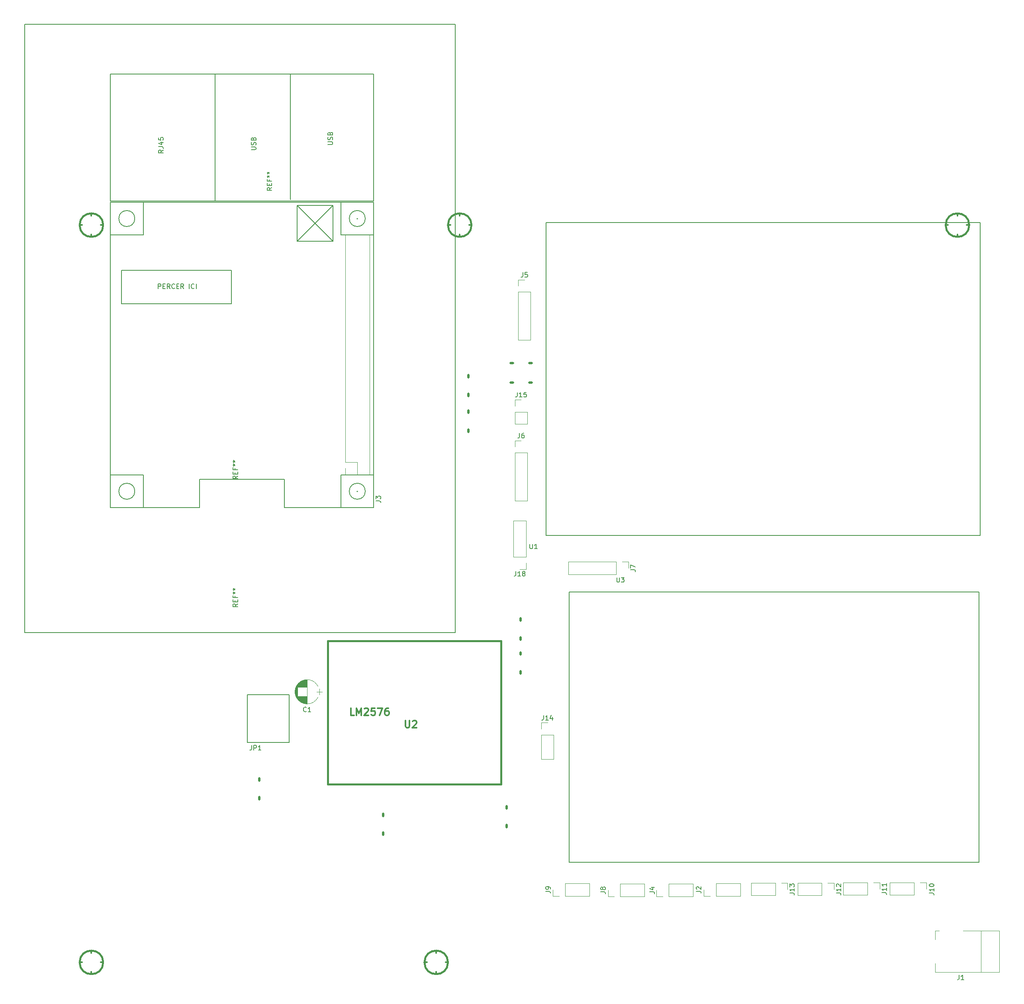
<source format=gbr>
G04 #@! TF.FileFunction,Legend,Top*
%FSLAX46Y46*%
G04 Gerber Fmt 4.6, Leading zero omitted, Abs format (unit mm)*
G04 Created by KiCad (PCBNEW 4.0.7) date Thursday, 23 May 2019 'à' 18:13:34*
%MOMM*%
%LPD*%
G01*
G04 APERTURE LIST*
%ADD10C,0.100000*%
%ADD11C,0.120000*%
%ADD12C,0.150000*%
%ADD13C,0.381000*%
%ADD14C,0.500000*%
%ADD15C,0.300000*%
%ADD16C,0.304800*%
G04 APERTURE END LIST*
D10*
D11*
X173710000Y-171830000D02*
X173710000Y-169170000D01*
X168570000Y-171830000D02*
X173710000Y-171830000D01*
X168570000Y-169170000D02*
X173710000Y-169170000D01*
X168570000Y-171830000D02*
X168570000Y-169170000D01*
X167300000Y-171830000D02*
X165970000Y-171830000D01*
X165970000Y-171830000D02*
X165970000Y-170500000D01*
X163610000Y-171930000D02*
X163610000Y-169270000D01*
X158470000Y-171930000D02*
X163610000Y-171930000D01*
X158470000Y-169270000D02*
X163610000Y-169270000D01*
X158470000Y-171930000D02*
X158470000Y-169270000D01*
X157200000Y-171930000D02*
X155870000Y-171930000D01*
X155870000Y-171930000D02*
X155870000Y-170600000D01*
X126470000Y-53590000D02*
X129130000Y-53590000D01*
X126470000Y-43370000D02*
X126470000Y-53590000D01*
X129130000Y-43370000D02*
X129130000Y-53590000D01*
X126470000Y-43370000D02*
X129130000Y-43370000D01*
X126470000Y-42100000D02*
X126470000Y-40770000D01*
X126470000Y-40770000D02*
X127800000Y-40770000D01*
X125770000Y-87790000D02*
X128430000Y-87790000D01*
X125770000Y-77570000D02*
X125770000Y-87790000D01*
X128430000Y-77570000D02*
X128430000Y-87790000D01*
X125770000Y-77570000D02*
X128430000Y-77570000D01*
X125770000Y-76300000D02*
X125770000Y-74970000D01*
X125770000Y-74970000D02*
X127100000Y-74970000D01*
X137110000Y-100770000D02*
X137110000Y-103430000D01*
X147330000Y-100770000D02*
X137110000Y-100770000D01*
X147330000Y-103430000D02*
X137110000Y-103430000D01*
X147330000Y-100770000D02*
X147330000Y-103430000D01*
X148600000Y-100770000D02*
X149930000Y-100770000D01*
X149930000Y-100770000D02*
X149930000Y-102100000D01*
X153310000Y-171930000D02*
X153310000Y-169270000D01*
X148170000Y-171930000D02*
X153310000Y-171930000D01*
X148170000Y-169270000D02*
X153310000Y-169270000D01*
X148170000Y-171930000D02*
X148170000Y-169270000D01*
X146900000Y-171930000D02*
X145570000Y-171930000D01*
X145570000Y-171930000D02*
X145570000Y-170600000D01*
X141610000Y-171830000D02*
X141610000Y-169170000D01*
X136470000Y-171830000D02*
X141610000Y-171830000D01*
X136470000Y-169170000D02*
X141610000Y-169170000D01*
X136470000Y-171830000D02*
X136470000Y-169170000D01*
X135200000Y-171830000D02*
X133870000Y-171830000D01*
X133870000Y-171830000D02*
X133870000Y-170500000D01*
X205490000Y-168970000D02*
X205490000Y-171630000D01*
X210630000Y-168970000D02*
X205490000Y-168970000D01*
X210630000Y-171630000D02*
X205490000Y-171630000D01*
X210630000Y-168970000D02*
X210630000Y-171630000D01*
X211900000Y-168970000D02*
X213230000Y-168970000D01*
X213230000Y-168970000D02*
X213230000Y-170300000D01*
X195590000Y-168970000D02*
X195590000Y-171630000D01*
X200730000Y-168970000D02*
X195590000Y-168970000D01*
X200730000Y-171630000D02*
X195590000Y-171630000D01*
X200730000Y-168970000D02*
X200730000Y-171630000D01*
X202000000Y-168970000D02*
X203330000Y-168970000D01*
X203330000Y-168970000D02*
X203330000Y-170300000D01*
X185890000Y-169070000D02*
X185890000Y-171730000D01*
X191030000Y-169070000D02*
X185890000Y-169070000D01*
X191030000Y-171730000D02*
X185890000Y-171730000D01*
X191030000Y-169070000D02*
X191030000Y-171730000D01*
X192300000Y-169070000D02*
X193630000Y-169070000D01*
X193630000Y-169070000D02*
X193630000Y-170400000D01*
X175990000Y-169070000D02*
X175990000Y-171730000D01*
X181130000Y-169070000D02*
X175990000Y-169070000D01*
X181130000Y-171730000D02*
X175990000Y-171730000D01*
X181130000Y-169070000D02*
X181130000Y-171730000D01*
X182400000Y-169070000D02*
X183730000Y-169070000D01*
X183730000Y-169070000D02*
X183730000Y-170400000D01*
X131370000Y-142710000D02*
X134030000Y-142710000D01*
X131370000Y-137570000D02*
X131370000Y-142710000D01*
X134030000Y-137570000D02*
X134030000Y-142710000D01*
X131370000Y-137570000D02*
X134030000Y-137570000D01*
X131370000Y-136300000D02*
X131370000Y-134970000D01*
X131370000Y-134970000D02*
X132700000Y-134970000D01*
X125770000Y-71470000D02*
X128430000Y-71470000D01*
X125770000Y-68870000D02*
X125770000Y-71470000D01*
X128430000Y-68870000D02*
X128430000Y-71470000D01*
X125770000Y-68870000D02*
X128430000Y-68870000D01*
X125770000Y-67600000D02*
X125770000Y-66270000D01*
X125770000Y-66270000D02*
X127100000Y-66270000D01*
D12*
X137300000Y-107200000D02*
X224400000Y-107200000D01*
X224400000Y-107200000D02*
X224400000Y-164700000D01*
X224400000Y-164700000D02*
X137300000Y-164700000D01*
X137300000Y-164700000D02*
X137300000Y-107200000D01*
D13*
X122850000Y-148040000D02*
X122850000Y-117560000D01*
X122850000Y-117560000D02*
X86020000Y-117560000D01*
X86020000Y-117560000D02*
X86020000Y-148040000D01*
X86020000Y-148040000D02*
X122850000Y-148040000D01*
D11*
X128130000Y-92050000D02*
X125470000Y-92050000D01*
X128130000Y-99730000D02*
X128130000Y-92050000D01*
X125470000Y-99730000D02*
X125470000Y-92050000D01*
X128130000Y-99730000D02*
X125470000Y-99730000D01*
X128130000Y-101000000D02*
X128130000Y-102330000D01*
X128130000Y-102330000D02*
X126800000Y-102330000D01*
D14*
X128850000Y-62600000D02*
X129350000Y-62600000D01*
X125350000Y-62600000D02*
X124850000Y-62600000D01*
X124850000Y-62600000D02*
X125100000Y-62600000D01*
X128850000Y-58500000D02*
X129350000Y-58500000D01*
X125350000Y-58500000D02*
X124850000Y-58500000D01*
X124850000Y-58500000D02*
X125100000Y-58500000D01*
D11*
X79294278Y-129579723D02*
G75*
G03X83905580Y-129580000I2305722J1179723D01*
G01*
X79294278Y-127220277D02*
G75*
G02X83905580Y-127220000I2305722J-1179723D01*
G01*
X79294278Y-127220277D02*
G75*
G03X79294420Y-129580000I2305722J-1179723D01*
G01*
X81600000Y-130950000D02*
X81600000Y-125850000D01*
X81560000Y-130950000D02*
X81560000Y-129380000D01*
X81560000Y-127420000D02*
X81560000Y-125850000D01*
X81520000Y-130949000D02*
X81520000Y-129380000D01*
X81520000Y-127420000D02*
X81520000Y-125851000D01*
X81480000Y-130948000D02*
X81480000Y-129380000D01*
X81480000Y-127420000D02*
X81480000Y-125852000D01*
X81440000Y-130946000D02*
X81440000Y-129380000D01*
X81440000Y-127420000D02*
X81440000Y-125854000D01*
X81400000Y-130943000D02*
X81400000Y-129380000D01*
X81400000Y-127420000D02*
X81400000Y-125857000D01*
X81360000Y-130939000D02*
X81360000Y-129380000D01*
X81360000Y-127420000D02*
X81360000Y-125861000D01*
X81320000Y-130935000D02*
X81320000Y-129380000D01*
X81320000Y-127420000D02*
X81320000Y-125865000D01*
X81280000Y-130931000D02*
X81280000Y-129380000D01*
X81280000Y-127420000D02*
X81280000Y-125869000D01*
X81240000Y-130925000D02*
X81240000Y-129380000D01*
X81240000Y-127420000D02*
X81240000Y-125875000D01*
X81200000Y-130919000D02*
X81200000Y-129380000D01*
X81200000Y-127420000D02*
X81200000Y-125881000D01*
X81160000Y-130913000D02*
X81160000Y-129380000D01*
X81160000Y-127420000D02*
X81160000Y-125887000D01*
X81120000Y-130906000D02*
X81120000Y-129380000D01*
X81120000Y-127420000D02*
X81120000Y-125894000D01*
X81080000Y-130898000D02*
X81080000Y-129380000D01*
X81080000Y-127420000D02*
X81080000Y-125902000D01*
X81040000Y-130889000D02*
X81040000Y-129380000D01*
X81040000Y-127420000D02*
X81040000Y-125911000D01*
X81000000Y-130880000D02*
X81000000Y-129380000D01*
X81000000Y-127420000D02*
X81000000Y-125920000D01*
X80960000Y-130870000D02*
X80960000Y-129380000D01*
X80960000Y-127420000D02*
X80960000Y-125930000D01*
X80920000Y-130860000D02*
X80920000Y-129380000D01*
X80920000Y-127420000D02*
X80920000Y-125940000D01*
X80879000Y-130848000D02*
X80879000Y-129380000D01*
X80879000Y-127420000D02*
X80879000Y-125952000D01*
X80839000Y-130836000D02*
X80839000Y-129380000D01*
X80839000Y-127420000D02*
X80839000Y-125964000D01*
X80799000Y-130824000D02*
X80799000Y-129380000D01*
X80799000Y-127420000D02*
X80799000Y-125976000D01*
X80759000Y-130810000D02*
X80759000Y-129380000D01*
X80759000Y-127420000D02*
X80759000Y-125990000D01*
X80719000Y-130796000D02*
X80719000Y-129380000D01*
X80719000Y-127420000D02*
X80719000Y-126004000D01*
X80679000Y-130782000D02*
X80679000Y-129380000D01*
X80679000Y-127420000D02*
X80679000Y-126018000D01*
X80639000Y-130766000D02*
X80639000Y-129380000D01*
X80639000Y-127420000D02*
X80639000Y-126034000D01*
X80599000Y-130750000D02*
X80599000Y-129380000D01*
X80599000Y-127420000D02*
X80599000Y-126050000D01*
X80559000Y-130733000D02*
X80559000Y-129380000D01*
X80559000Y-127420000D02*
X80559000Y-126067000D01*
X80519000Y-130715000D02*
X80519000Y-129380000D01*
X80519000Y-127420000D02*
X80519000Y-126085000D01*
X80479000Y-130696000D02*
X80479000Y-129380000D01*
X80479000Y-127420000D02*
X80479000Y-126104000D01*
X80439000Y-130676000D02*
X80439000Y-129380000D01*
X80439000Y-127420000D02*
X80439000Y-126124000D01*
X80399000Y-130656000D02*
X80399000Y-129380000D01*
X80399000Y-127420000D02*
X80399000Y-126144000D01*
X80359000Y-130634000D02*
X80359000Y-129380000D01*
X80359000Y-127420000D02*
X80359000Y-126166000D01*
X80319000Y-130612000D02*
X80319000Y-129380000D01*
X80319000Y-127420000D02*
X80319000Y-126188000D01*
X80279000Y-130589000D02*
X80279000Y-129380000D01*
X80279000Y-127420000D02*
X80279000Y-126211000D01*
X80239000Y-130565000D02*
X80239000Y-129380000D01*
X80239000Y-127420000D02*
X80239000Y-126235000D01*
X80199000Y-130540000D02*
X80199000Y-129380000D01*
X80199000Y-127420000D02*
X80199000Y-126260000D01*
X80159000Y-130513000D02*
X80159000Y-129380000D01*
X80159000Y-127420000D02*
X80159000Y-126287000D01*
X80119000Y-130486000D02*
X80119000Y-129380000D01*
X80119000Y-127420000D02*
X80119000Y-126314000D01*
X80079000Y-130458000D02*
X80079000Y-129380000D01*
X80079000Y-127420000D02*
X80079000Y-126342000D01*
X80039000Y-130428000D02*
X80039000Y-129380000D01*
X80039000Y-127420000D02*
X80039000Y-126372000D01*
X79999000Y-130397000D02*
X79999000Y-129380000D01*
X79999000Y-127420000D02*
X79999000Y-126403000D01*
X79959000Y-130365000D02*
X79959000Y-129380000D01*
X79959000Y-127420000D02*
X79959000Y-126435000D01*
X79919000Y-130332000D02*
X79919000Y-129380000D01*
X79919000Y-127420000D02*
X79919000Y-126468000D01*
X79879000Y-130297000D02*
X79879000Y-129380000D01*
X79879000Y-127420000D02*
X79879000Y-126503000D01*
X79839000Y-130261000D02*
X79839000Y-129380000D01*
X79839000Y-127420000D02*
X79839000Y-126539000D01*
X79799000Y-130223000D02*
X79799000Y-129380000D01*
X79799000Y-127420000D02*
X79799000Y-126577000D01*
X79759000Y-130183000D02*
X79759000Y-129380000D01*
X79759000Y-127420000D02*
X79759000Y-126617000D01*
X79719000Y-130142000D02*
X79719000Y-129380000D01*
X79719000Y-127420000D02*
X79719000Y-126658000D01*
X79679000Y-130099000D02*
X79679000Y-129380000D01*
X79679000Y-127420000D02*
X79679000Y-126701000D01*
X79639000Y-130054000D02*
X79639000Y-129380000D01*
X79639000Y-127420000D02*
X79639000Y-126746000D01*
X79599000Y-130006000D02*
X79599000Y-126794000D01*
X79559000Y-129956000D02*
X79559000Y-126844000D01*
X79519000Y-129904000D02*
X79519000Y-126896000D01*
X79479000Y-129848000D02*
X79479000Y-126952000D01*
X79439000Y-129790000D02*
X79439000Y-127010000D01*
X79399000Y-129727000D02*
X79399000Y-127073000D01*
X79359000Y-129661000D02*
X79359000Y-127139000D01*
X79319000Y-129589000D02*
X79319000Y-127211000D01*
X79279000Y-129512000D02*
X79279000Y-127288000D01*
X79239000Y-129428000D02*
X79239000Y-127372000D01*
X79199000Y-129334000D02*
X79199000Y-127466000D01*
X79159000Y-129229000D02*
X79159000Y-127571000D01*
X79119000Y-129107000D02*
X79119000Y-127693000D01*
X79079000Y-128959000D02*
X79079000Y-127841000D01*
X79039000Y-128754000D02*
X79039000Y-128046000D01*
X84800000Y-128400000D02*
X83600000Y-128400000D01*
X84200000Y-129050000D02*
X84200000Y-127750000D01*
D12*
X73940000Y-139140000D02*
X77750000Y-139140000D01*
X77750000Y-139140000D02*
X77750000Y-128980000D01*
X77750000Y-128980000D02*
X73940000Y-128980000D01*
X73940000Y-139140000D02*
X68860000Y-139140000D01*
X68860000Y-139140000D02*
X68860000Y-128980000D01*
X68860000Y-128980000D02*
X73940000Y-128980000D01*
D11*
X224850000Y-188000000D02*
X224850000Y-179200000D01*
X221050000Y-179200000D02*
X228750000Y-179200000D01*
X228750000Y-179200000D02*
X228750000Y-188000000D01*
X228750000Y-188000000D02*
X228550000Y-188000000D01*
X215150000Y-181050000D02*
X215150000Y-179200000D01*
X215150000Y-179200000D02*
X216000000Y-179200000D01*
X228650000Y-188000000D02*
X215150000Y-188000000D01*
X215150000Y-188000000D02*
X215150000Y-186150000D01*
D12*
X113080000Y-85290000D02*
X113080000Y13600000D01*
X113080000Y13600000D02*
X102130000Y13600000D01*
X102050000Y-115800000D02*
X113080000Y-115800000D01*
X113080000Y-115800000D02*
X113080000Y-85230000D01*
X113080000Y-85750000D02*
X113080000Y-85230000D01*
X21580000Y13600000D02*
X21580000Y-115790000D01*
X21580000Y-115790000D02*
X33450000Y-115800000D01*
X21590000Y13600000D02*
X21580000Y13600000D01*
X33310000Y13600000D02*
X21580000Y13600000D01*
X102200000Y13600000D02*
X33300000Y13600000D01*
X33400000Y-115800000D02*
X102200000Y-115800000D01*
X92275000Y-27850000D02*
X92275000Y-27650000D01*
X92375000Y-27750000D02*
X92175000Y-27750000D01*
X92275000Y-85850000D02*
X92275000Y-85650000D01*
X92175000Y-85750000D02*
X92375000Y-85750000D01*
X44975000Y-27750000D02*
G75*
G03X44975000Y-27750000I-1700000J0D01*
G01*
X93975000Y-27750000D02*
G75*
G03X93975000Y-27750000I-1700000J0D01*
G01*
X44975000Y-85750000D02*
G75*
G03X44975000Y-85750000I-1700000J0D01*
G01*
X93975000Y-85750000D02*
G75*
G03X93975000Y-85750000I-1700000J0D01*
G01*
X62075000Y-24050000D02*
X62075000Y2950000D01*
X78075000Y-23650000D02*
X78075000Y2950000D01*
X95775000Y2950000D02*
X95775000Y-24050000D01*
X95775000Y-24050000D02*
X39775000Y-24050000D01*
X39775000Y-24050000D02*
X39775000Y2950000D01*
X39775000Y2950000D02*
X95775000Y2950000D01*
X65475000Y-45850000D02*
X65475000Y-38750000D01*
X65475000Y-38750000D02*
X42175000Y-38750000D01*
X42175000Y-38750000D02*
X42175000Y-45850000D01*
X42175000Y-45850000D02*
X65475000Y-45850000D01*
X46775000Y-24250000D02*
X46775000Y-31250000D01*
X46775000Y-31250000D02*
X39775000Y-31250000D01*
X39775000Y-89250000D02*
X46775000Y-89250000D01*
X58775000Y-89250000D02*
X46775000Y-89250000D01*
X95775000Y-89250000D02*
X76775000Y-89250000D01*
X76775000Y-89250000D02*
X76775000Y-83250000D01*
X76775000Y-83250000D02*
X58775000Y-83250000D01*
X58775000Y-89250000D02*
X58775000Y-83250000D01*
X95775000Y-31250000D02*
X88775000Y-31250000D01*
X88775000Y-31250000D02*
X88775000Y-24250000D01*
X95775000Y-89250000D02*
X95775000Y-24250000D01*
X95775000Y-24250000D02*
X39775000Y-24250000D01*
X39775000Y-24250000D02*
X39775000Y-89250000D01*
X39775000Y-82250000D02*
X46775000Y-82250000D01*
X46775000Y-82250000D02*
X46775000Y-89250000D01*
X88775000Y-89250000D02*
X88775000Y-82250000D01*
X88775000Y-82250000D02*
X95775000Y-82250000D01*
D11*
X89690000Y-31235000D02*
X94890000Y-31235000D01*
X89690000Y-79555000D02*
X89690000Y-31235000D01*
X94890000Y-82155000D02*
X94890000Y-31235000D01*
X89690000Y-79555000D02*
X92290000Y-79555000D01*
X92290000Y-79555000D02*
X92290000Y-82155000D01*
X92290000Y-82155000D02*
X94890000Y-82155000D01*
X89690000Y-80825000D02*
X89690000Y-82155000D01*
X89690000Y-82155000D02*
X91020000Y-82155000D01*
D12*
X132390000Y-95110000D02*
X132390000Y-28562000D01*
X132390000Y-28562000D02*
X224719000Y-28562000D01*
X224719000Y-28562000D02*
X224719000Y-95110000D01*
X224719000Y-95110000D02*
X132390000Y-95110000D01*
D14*
X124050000Y-153200000D02*
X124050000Y-152700000D01*
X124050000Y-156700000D02*
X124050000Y-157200000D01*
X124050000Y-157200000D02*
X124050000Y-156950000D01*
X71450000Y-147300000D02*
X71450000Y-146800000D01*
X71450000Y-150800000D02*
X71450000Y-151300000D01*
X71450000Y-151300000D02*
X71450000Y-151050000D01*
X115850000Y-61500000D02*
X115850000Y-61000000D01*
X115850000Y-65000000D02*
X115850000Y-65500000D01*
X115850000Y-65500000D02*
X115850000Y-65250000D01*
X115850000Y-69100000D02*
X115850000Y-68600000D01*
X115850000Y-72600000D02*
X115850000Y-73100000D01*
X115850000Y-73100000D02*
X115850000Y-72850000D01*
X126950000Y-113300000D02*
X126950000Y-112800000D01*
X126950000Y-116800000D02*
X126950000Y-117300000D01*
X126950000Y-117300000D02*
X126950000Y-117050000D01*
X126950000Y-120500000D02*
X126950000Y-120000000D01*
X126950000Y-124000000D02*
X126950000Y-124500000D01*
X126950000Y-124500000D02*
X126950000Y-124250000D01*
X97750000Y-154800000D02*
X97750000Y-154300000D01*
X97750000Y-158300000D02*
X97750000Y-158800000D01*
X97750000Y-158800000D02*
X97750000Y-158550000D01*
D15*
X37750000Y-185950000D02*
X38150000Y-185950000D01*
X35750000Y-183950000D02*
X35750000Y-183550000D01*
X33750000Y-185950000D02*
X33350000Y-185950000D01*
X35750000Y-187950000D02*
X35750000Y-188350000D01*
D13*
X38249360Y-185950000D02*
G75*
G03X38249360Y-185950000I-2499360J0D01*
G01*
D15*
X37750000Y-29150000D02*
X38150000Y-29150000D01*
X35750000Y-27150000D02*
X35750000Y-26750000D01*
X33750000Y-29150000D02*
X33350000Y-29150000D01*
X35750000Y-31150000D02*
X35750000Y-31550000D01*
D13*
X38249360Y-29150000D02*
G75*
G03X38249360Y-29150000I-2499360J0D01*
G01*
D15*
X111050000Y-185950000D02*
X111450000Y-185950000D01*
X109050000Y-183950000D02*
X109050000Y-183550000D01*
X107050000Y-185950000D02*
X106650000Y-185950000D01*
X109050000Y-187950000D02*
X109050000Y-188350000D01*
D13*
X111549360Y-185950000D02*
G75*
G03X111549360Y-185950000I-2499360J0D01*
G01*
D15*
X221850000Y-29150000D02*
X222250000Y-29150000D01*
X219850000Y-27150000D02*
X219850000Y-26750000D01*
X217850000Y-29150000D02*
X217450000Y-29150000D01*
X219850000Y-31150000D02*
X219850000Y-31550000D01*
D13*
X222349360Y-29150000D02*
G75*
G03X222349360Y-29150000I-2499360J0D01*
G01*
D15*
X116050000Y-29150000D02*
X116450000Y-29150000D01*
X114050000Y-27150000D02*
X114050000Y-26750000D01*
X112050000Y-29150000D02*
X111650000Y-29150000D01*
X114050000Y-31150000D02*
X114050000Y-31550000D01*
D13*
X116549360Y-29150000D02*
G75*
G03X116549360Y-29150000I-2499360J0D01*
G01*
D12*
X79490000Y-32590000D02*
X87110000Y-24970000D01*
X87110000Y-24970000D02*
X79490000Y-24970000D01*
X79490000Y-24970000D02*
X87110000Y-32590000D01*
X79490000Y-32590000D02*
X87110000Y-32590000D01*
X87110000Y-32590000D02*
X87110000Y-24970000D01*
X87110000Y-24970000D02*
X79490000Y-24970000D01*
X79490000Y-24970000D02*
X79490000Y-32590000D01*
X164352381Y-170833333D02*
X165066667Y-170833333D01*
X165209524Y-170880953D01*
X165304762Y-170976191D01*
X165352381Y-171119048D01*
X165352381Y-171214286D01*
X164447619Y-170404762D02*
X164400000Y-170357143D01*
X164352381Y-170261905D01*
X164352381Y-170023809D01*
X164400000Y-169928571D01*
X164447619Y-169880952D01*
X164542857Y-169833333D01*
X164638095Y-169833333D01*
X164780952Y-169880952D01*
X165352381Y-170452381D01*
X165352381Y-169833333D01*
X154452381Y-170933333D02*
X155166667Y-170933333D01*
X155309524Y-170980953D01*
X155404762Y-171076191D01*
X155452381Y-171219048D01*
X155452381Y-171314286D01*
X154785714Y-170028571D02*
X155452381Y-170028571D01*
X154404762Y-170266667D02*
X155119048Y-170504762D01*
X155119048Y-169885714D01*
X127466667Y-39222381D02*
X127466667Y-39936667D01*
X127419047Y-40079524D01*
X127323809Y-40174762D01*
X127180952Y-40222381D01*
X127085714Y-40222381D01*
X128419048Y-39222381D02*
X127942857Y-39222381D01*
X127895238Y-39698571D01*
X127942857Y-39650952D01*
X128038095Y-39603333D01*
X128276191Y-39603333D01*
X128371429Y-39650952D01*
X128419048Y-39698571D01*
X128466667Y-39793810D01*
X128466667Y-40031905D01*
X128419048Y-40127143D01*
X128371429Y-40174762D01*
X128276191Y-40222381D01*
X128038095Y-40222381D01*
X127942857Y-40174762D01*
X127895238Y-40127143D01*
X126766667Y-73422381D02*
X126766667Y-74136667D01*
X126719047Y-74279524D01*
X126623809Y-74374762D01*
X126480952Y-74422381D01*
X126385714Y-74422381D01*
X127671429Y-73422381D02*
X127480952Y-73422381D01*
X127385714Y-73470000D01*
X127338095Y-73517619D01*
X127242857Y-73660476D01*
X127195238Y-73850952D01*
X127195238Y-74231905D01*
X127242857Y-74327143D01*
X127290476Y-74374762D01*
X127385714Y-74422381D01*
X127576191Y-74422381D01*
X127671429Y-74374762D01*
X127719048Y-74327143D01*
X127766667Y-74231905D01*
X127766667Y-73993810D01*
X127719048Y-73898571D01*
X127671429Y-73850952D01*
X127576191Y-73803333D01*
X127385714Y-73803333D01*
X127290476Y-73850952D01*
X127242857Y-73898571D01*
X127195238Y-73993810D01*
X150382381Y-102433333D02*
X151096667Y-102433333D01*
X151239524Y-102480953D01*
X151334762Y-102576191D01*
X151382381Y-102719048D01*
X151382381Y-102814286D01*
X150382381Y-102052381D02*
X150382381Y-101385714D01*
X151382381Y-101814286D01*
X144022381Y-170933333D02*
X144736667Y-170933333D01*
X144879524Y-170980953D01*
X144974762Y-171076191D01*
X145022381Y-171219048D01*
X145022381Y-171314286D01*
X144450952Y-170314286D02*
X144403333Y-170409524D01*
X144355714Y-170457143D01*
X144260476Y-170504762D01*
X144212857Y-170504762D01*
X144117619Y-170457143D01*
X144070000Y-170409524D01*
X144022381Y-170314286D01*
X144022381Y-170123809D01*
X144070000Y-170028571D01*
X144117619Y-169980952D01*
X144212857Y-169933333D01*
X144260476Y-169933333D01*
X144355714Y-169980952D01*
X144403333Y-170028571D01*
X144450952Y-170123809D01*
X144450952Y-170314286D01*
X144498571Y-170409524D01*
X144546190Y-170457143D01*
X144641429Y-170504762D01*
X144831905Y-170504762D01*
X144927143Y-170457143D01*
X144974762Y-170409524D01*
X145022381Y-170314286D01*
X145022381Y-170123809D01*
X144974762Y-170028571D01*
X144927143Y-169980952D01*
X144831905Y-169933333D01*
X144641429Y-169933333D01*
X144546190Y-169980952D01*
X144498571Y-170028571D01*
X144450952Y-170123809D01*
X132322381Y-170833333D02*
X133036667Y-170833333D01*
X133179524Y-170880953D01*
X133274762Y-170976191D01*
X133322381Y-171119048D01*
X133322381Y-171214286D01*
X133322381Y-170309524D02*
X133322381Y-170119048D01*
X133274762Y-170023809D01*
X133227143Y-169976190D01*
X133084286Y-169880952D01*
X132893810Y-169833333D01*
X132512857Y-169833333D01*
X132417619Y-169880952D01*
X132370000Y-169928571D01*
X132322381Y-170023809D01*
X132322381Y-170214286D01*
X132370000Y-170309524D01*
X132417619Y-170357143D01*
X132512857Y-170404762D01*
X132750952Y-170404762D01*
X132846190Y-170357143D01*
X132893810Y-170309524D01*
X132941429Y-170214286D01*
X132941429Y-170023809D01*
X132893810Y-169928571D01*
X132846190Y-169880952D01*
X132750952Y-169833333D01*
X213852381Y-171209523D02*
X214566667Y-171209523D01*
X214709524Y-171257143D01*
X214804762Y-171352381D01*
X214852381Y-171495238D01*
X214852381Y-171590476D01*
X214852381Y-170209523D02*
X214852381Y-170780952D01*
X214852381Y-170495238D02*
X213852381Y-170495238D01*
X213995238Y-170590476D01*
X214090476Y-170685714D01*
X214138095Y-170780952D01*
X213852381Y-169590476D02*
X213852381Y-169495237D01*
X213900000Y-169399999D01*
X213947619Y-169352380D01*
X214042857Y-169304761D01*
X214233333Y-169257142D01*
X214471429Y-169257142D01*
X214661905Y-169304761D01*
X214757143Y-169352380D01*
X214804762Y-169399999D01*
X214852381Y-169495237D01*
X214852381Y-169590476D01*
X214804762Y-169685714D01*
X214757143Y-169733333D01*
X214661905Y-169780952D01*
X214471429Y-169828571D01*
X214233333Y-169828571D01*
X214042857Y-169780952D01*
X213947619Y-169733333D01*
X213900000Y-169685714D01*
X213852381Y-169590476D01*
X203782381Y-171109523D02*
X204496667Y-171109523D01*
X204639524Y-171157143D01*
X204734762Y-171252381D01*
X204782381Y-171395238D01*
X204782381Y-171490476D01*
X204782381Y-170109523D02*
X204782381Y-170680952D01*
X204782381Y-170395238D02*
X203782381Y-170395238D01*
X203925238Y-170490476D01*
X204020476Y-170585714D01*
X204068095Y-170680952D01*
X204782381Y-169157142D02*
X204782381Y-169728571D01*
X204782381Y-169442857D02*
X203782381Y-169442857D01*
X203925238Y-169538095D01*
X204020476Y-169633333D01*
X204068095Y-169728571D01*
X194082381Y-171209523D02*
X194796667Y-171209523D01*
X194939524Y-171257143D01*
X195034762Y-171352381D01*
X195082381Y-171495238D01*
X195082381Y-171590476D01*
X195082381Y-170209523D02*
X195082381Y-170780952D01*
X195082381Y-170495238D02*
X194082381Y-170495238D01*
X194225238Y-170590476D01*
X194320476Y-170685714D01*
X194368095Y-170780952D01*
X194177619Y-169828571D02*
X194130000Y-169780952D01*
X194082381Y-169685714D01*
X194082381Y-169447618D01*
X194130000Y-169352380D01*
X194177619Y-169304761D01*
X194272857Y-169257142D01*
X194368095Y-169257142D01*
X194510952Y-169304761D01*
X195082381Y-169876190D01*
X195082381Y-169257142D01*
X184182381Y-171209523D02*
X184896667Y-171209523D01*
X185039524Y-171257143D01*
X185134762Y-171352381D01*
X185182381Y-171495238D01*
X185182381Y-171590476D01*
X185182381Y-170209523D02*
X185182381Y-170780952D01*
X185182381Y-170495238D02*
X184182381Y-170495238D01*
X184325238Y-170590476D01*
X184420476Y-170685714D01*
X184468095Y-170780952D01*
X184182381Y-169876190D02*
X184182381Y-169257142D01*
X184563333Y-169590476D01*
X184563333Y-169447618D01*
X184610952Y-169352380D01*
X184658571Y-169304761D01*
X184753810Y-169257142D01*
X184991905Y-169257142D01*
X185087143Y-169304761D01*
X185134762Y-169352380D01*
X185182381Y-169447618D01*
X185182381Y-169733333D01*
X185134762Y-169828571D01*
X185087143Y-169876190D01*
X131890477Y-133422381D02*
X131890477Y-134136667D01*
X131842857Y-134279524D01*
X131747619Y-134374762D01*
X131604762Y-134422381D01*
X131509524Y-134422381D01*
X132890477Y-134422381D02*
X132319048Y-134422381D01*
X132604762Y-134422381D02*
X132604762Y-133422381D01*
X132509524Y-133565238D01*
X132414286Y-133660476D01*
X132319048Y-133708095D01*
X133747620Y-133755714D02*
X133747620Y-134422381D01*
X133509524Y-133374762D02*
X133271429Y-134089048D01*
X133890477Y-134089048D01*
X126290477Y-64722381D02*
X126290477Y-65436667D01*
X126242857Y-65579524D01*
X126147619Y-65674762D01*
X126004762Y-65722381D01*
X125909524Y-65722381D01*
X127290477Y-65722381D02*
X126719048Y-65722381D01*
X127004762Y-65722381D02*
X127004762Y-64722381D01*
X126909524Y-64865238D01*
X126814286Y-64960476D01*
X126719048Y-65008095D01*
X128195239Y-64722381D02*
X127719048Y-64722381D01*
X127671429Y-65198571D01*
X127719048Y-65150952D01*
X127814286Y-65103333D01*
X128052382Y-65103333D01*
X128147620Y-65150952D01*
X128195239Y-65198571D01*
X128242858Y-65293810D01*
X128242858Y-65531905D01*
X128195239Y-65627143D01*
X128147620Y-65674762D01*
X128052382Y-65722381D01*
X127814286Y-65722381D01*
X127719048Y-65674762D01*
X127671429Y-65627143D01*
X147428095Y-104092381D02*
X147428095Y-104901905D01*
X147475714Y-104997143D01*
X147523333Y-105044762D01*
X147618571Y-105092381D01*
X147809048Y-105092381D01*
X147904286Y-105044762D01*
X147951905Y-104997143D01*
X147999524Y-104901905D01*
X147999524Y-104092381D01*
X148380476Y-104092381D02*
X148999524Y-104092381D01*
X148666190Y-104473333D01*
X148809048Y-104473333D01*
X148904286Y-104520952D01*
X148951905Y-104568571D01*
X148999524Y-104663810D01*
X148999524Y-104901905D01*
X148951905Y-104997143D01*
X148904286Y-105044762D01*
X148809048Y-105092381D01*
X148523333Y-105092381D01*
X148428095Y-105044762D01*
X148380476Y-104997143D01*
D16*
X102511857Y-134505429D02*
X102511857Y-135739143D01*
X102584429Y-135884286D01*
X102657000Y-135956857D01*
X102802143Y-136029429D01*
X103092429Y-136029429D01*
X103237571Y-135956857D01*
X103310143Y-135884286D01*
X103382714Y-135739143D01*
X103382714Y-134505429D01*
X104035857Y-134650571D02*
X104108428Y-134578000D01*
X104253571Y-134505429D01*
X104616428Y-134505429D01*
X104761571Y-134578000D01*
X104834142Y-134650571D01*
X104906714Y-134795714D01*
X104906714Y-134940857D01*
X104834142Y-135158571D01*
X103963285Y-136029429D01*
X104906714Y-136029429D01*
X91597999Y-133389429D02*
X90872285Y-133389429D01*
X90872285Y-131865429D01*
X92105999Y-133389429D02*
X92105999Y-131865429D01*
X92613999Y-132954000D01*
X93121999Y-131865429D01*
X93121999Y-133389429D01*
X93775142Y-132010571D02*
X93847713Y-131938000D01*
X93992856Y-131865429D01*
X94355713Y-131865429D01*
X94500856Y-131938000D01*
X94573427Y-132010571D01*
X94645999Y-132155714D01*
X94645999Y-132300857D01*
X94573427Y-132518571D01*
X93702570Y-133389429D01*
X94645999Y-133389429D01*
X96024856Y-131865429D02*
X95299142Y-131865429D01*
X95226571Y-132591143D01*
X95299142Y-132518571D01*
X95444285Y-132446000D01*
X95807142Y-132446000D01*
X95952285Y-132518571D01*
X96024856Y-132591143D01*
X96097428Y-132736286D01*
X96097428Y-133099143D01*
X96024856Y-133244286D01*
X95952285Y-133316857D01*
X95807142Y-133389429D01*
X95444285Y-133389429D01*
X95299142Y-133316857D01*
X95226571Y-133244286D01*
X96605428Y-131865429D02*
X97621428Y-131865429D01*
X96968285Y-133389429D01*
X98855143Y-131865429D02*
X98564857Y-131865429D01*
X98419714Y-131938000D01*
X98347143Y-132010571D01*
X98202000Y-132228286D01*
X98129429Y-132518571D01*
X98129429Y-133099143D01*
X98202000Y-133244286D01*
X98274572Y-133316857D01*
X98419714Y-133389429D01*
X98710000Y-133389429D01*
X98855143Y-133316857D01*
X98927714Y-133244286D01*
X99000286Y-133099143D01*
X99000286Y-132736286D01*
X98927714Y-132591143D01*
X98855143Y-132518571D01*
X98710000Y-132446000D01*
X98419714Y-132446000D01*
X98274572Y-132518571D01*
X98202000Y-132591143D01*
X98129429Y-132736286D01*
D12*
X125990477Y-102782381D02*
X125990477Y-103496667D01*
X125942857Y-103639524D01*
X125847619Y-103734762D01*
X125704762Y-103782381D01*
X125609524Y-103782381D01*
X126990477Y-103782381D02*
X126419048Y-103782381D01*
X126704762Y-103782381D02*
X126704762Y-102782381D01*
X126609524Y-102925238D01*
X126514286Y-103020476D01*
X126419048Y-103068095D01*
X127561905Y-103210952D02*
X127466667Y-103163333D01*
X127419048Y-103115714D01*
X127371429Y-103020476D01*
X127371429Y-102972857D01*
X127419048Y-102877619D01*
X127466667Y-102830000D01*
X127561905Y-102782381D01*
X127752382Y-102782381D01*
X127847620Y-102830000D01*
X127895239Y-102877619D01*
X127942858Y-102972857D01*
X127942858Y-103020476D01*
X127895239Y-103115714D01*
X127847620Y-103163333D01*
X127752382Y-103210952D01*
X127561905Y-103210952D01*
X127466667Y-103258571D01*
X127419048Y-103306190D01*
X127371429Y-103401429D01*
X127371429Y-103591905D01*
X127419048Y-103687143D01*
X127466667Y-103734762D01*
X127561905Y-103782381D01*
X127752382Y-103782381D01*
X127847620Y-103734762D01*
X127895239Y-103687143D01*
X127942858Y-103591905D01*
X127942858Y-103401429D01*
X127895239Y-103306190D01*
X127847620Y-103258571D01*
X127752382Y-103210952D01*
X81433334Y-132567143D02*
X81385715Y-132614762D01*
X81242858Y-132662381D01*
X81147620Y-132662381D01*
X81004762Y-132614762D01*
X80909524Y-132519524D01*
X80861905Y-132424286D01*
X80814286Y-132233810D01*
X80814286Y-132090952D01*
X80861905Y-131900476D01*
X80909524Y-131805238D01*
X81004762Y-131710000D01*
X81147620Y-131662381D01*
X81242858Y-131662381D01*
X81385715Y-131710000D01*
X81433334Y-131757619D01*
X82385715Y-132662381D02*
X81814286Y-132662381D01*
X82100000Y-132662381D02*
X82100000Y-131662381D01*
X82004762Y-131805238D01*
X81909524Y-131900476D01*
X81814286Y-131948095D01*
X69816667Y-139802381D02*
X69816667Y-140516667D01*
X69769047Y-140659524D01*
X69673809Y-140754762D01*
X69530952Y-140802381D01*
X69435714Y-140802381D01*
X70292857Y-140802381D02*
X70292857Y-139802381D01*
X70673810Y-139802381D01*
X70769048Y-139850000D01*
X70816667Y-139897619D01*
X70864286Y-139992857D01*
X70864286Y-140135714D01*
X70816667Y-140230952D01*
X70769048Y-140278571D01*
X70673810Y-140326190D01*
X70292857Y-140326190D01*
X71816667Y-140802381D02*
X71245238Y-140802381D01*
X71530952Y-140802381D02*
X71530952Y-139802381D01*
X71435714Y-139945238D01*
X71340476Y-140040476D01*
X71245238Y-140088095D01*
X220206667Y-188642381D02*
X220206667Y-189356667D01*
X220159047Y-189499524D01*
X220063809Y-189594762D01*
X219920952Y-189642381D01*
X219825714Y-189642381D01*
X221206667Y-189642381D02*
X220635238Y-189642381D01*
X220920952Y-189642381D02*
X220920952Y-188642381D01*
X220825714Y-188785238D01*
X220730476Y-188880476D01*
X220635238Y-188928095D01*
X96227381Y-87783333D02*
X96941667Y-87783333D01*
X97084524Y-87830953D01*
X97179762Y-87926191D01*
X97227381Y-88069048D01*
X97227381Y-88164286D01*
X96227381Y-87402381D02*
X96227381Y-86783333D01*
X96608333Y-87116667D01*
X96608333Y-86973809D01*
X96655952Y-86878571D01*
X96703571Y-86830952D01*
X96798810Y-86783333D01*
X97036905Y-86783333D01*
X97132143Y-86830952D01*
X97179762Y-86878571D01*
X97227381Y-86973809D01*
X97227381Y-87259524D01*
X97179762Y-87354762D01*
X97132143Y-87402381D01*
X49976191Y-42652381D02*
X49976191Y-41652381D01*
X50357144Y-41652381D01*
X50452382Y-41700000D01*
X50500001Y-41747619D01*
X50547620Y-41842857D01*
X50547620Y-41985714D01*
X50500001Y-42080952D01*
X50452382Y-42128571D01*
X50357144Y-42176190D01*
X49976191Y-42176190D01*
X50976191Y-42128571D02*
X51309525Y-42128571D01*
X51452382Y-42652381D02*
X50976191Y-42652381D01*
X50976191Y-41652381D01*
X51452382Y-41652381D01*
X52452382Y-42652381D02*
X52119048Y-42176190D01*
X51880953Y-42652381D02*
X51880953Y-41652381D01*
X52261906Y-41652381D01*
X52357144Y-41700000D01*
X52404763Y-41747619D01*
X52452382Y-41842857D01*
X52452382Y-41985714D01*
X52404763Y-42080952D01*
X52357144Y-42128571D01*
X52261906Y-42176190D01*
X51880953Y-42176190D01*
X53452382Y-42557143D02*
X53404763Y-42604762D01*
X53261906Y-42652381D01*
X53166668Y-42652381D01*
X53023810Y-42604762D01*
X52928572Y-42509524D01*
X52880953Y-42414286D01*
X52833334Y-42223810D01*
X52833334Y-42080952D01*
X52880953Y-41890476D01*
X52928572Y-41795238D01*
X53023810Y-41700000D01*
X53166668Y-41652381D01*
X53261906Y-41652381D01*
X53404763Y-41700000D01*
X53452382Y-41747619D01*
X53880953Y-42128571D02*
X54214287Y-42128571D01*
X54357144Y-42652381D02*
X53880953Y-42652381D01*
X53880953Y-41652381D01*
X54357144Y-41652381D01*
X55357144Y-42652381D02*
X55023810Y-42176190D01*
X54785715Y-42652381D02*
X54785715Y-41652381D01*
X55166668Y-41652381D01*
X55261906Y-41700000D01*
X55309525Y-41747619D01*
X55357144Y-41842857D01*
X55357144Y-41985714D01*
X55309525Y-42080952D01*
X55261906Y-42128571D01*
X55166668Y-42176190D01*
X54785715Y-42176190D01*
X56547620Y-42652381D02*
X56547620Y-41652381D01*
X57595239Y-42557143D02*
X57547620Y-42604762D01*
X57404763Y-42652381D01*
X57309525Y-42652381D01*
X57166667Y-42604762D01*
X57071429Y-42509524D01*
X57023810Y-42414286D01*
X56976191Y-42223810D01*
X56976191Y-42080952D01*
X57023810Y-41890476D01*
X57071429Y-41795238D01*
X57166667Y-41700000D01*
X57309525Y-41652381D01*
X57404763Y-41652381D01*
X57547620Y-41700000D01*
X57595239Y-41747619D01*
X58023810Y-42652381D02*
X58023810Y-41652381D01*
X51027381Y-13173809D02*
X50551190Y-13507143D01*
X51027381Y-13745238D02*
X50027381Y-13745238D01*
X50027381Y-13364285D01*
X50075000Y-13269047D01*
X50122619Y-13221428D01*
X50217857Y-13173809D01*
X50360714Y-13173809D01*
X50455952Y-13221428D01*
X50503571Y-13269047D01*
X50551190Y-13364285D01*
X50551190Y-13745238D01*
X50027381Y-12459523D02*
X50741667Y-12459523D01*
X50884524Y-12507143D01*
X50979762Y-12602381D01*
X51027381Y-12745238D01*
X51027381Y-12840476D01*
X50360714Y-11554761D02*
X51027381Y-11554761D01*
X49979762Y-11792857D02*
X50694048Y-12030952D01*
X50694048Y-11411904D01*
X50027381Y-10554761D02*
X50027381Y-11030952D01*
X50503571Y-11078571D01*
X50455952Y-11030952D01*
X50408333Y-10935714D01*
X50408333Y-10697618D01*
X50455952Y-10602380D01*
X50503571Y-10554761D01*
X50598810Y-10507142D01*
X50836905Y-10507142D01*
X50932143Y-10554761D01*
X50979762Y-10602380D01*
X51027381Y-10697618D01*
X51027381Y-10935714D01*
X50979762Y-11030952D01*
X50932143Y-11078571D01*
X69727381Y-13111905D02*
X70536905Y-13111905D01*
X70632143Y-13064286D01*
X70679762Y-13016667D01*
X70727381Y-12921429D01*
X70727381Y-12730952D01*
X70679762Y-12635714D01*
X70632143Y-12588095D01*
X70536905Y-12540476D01*
X69727381Y-12540476D01*
X70679762Y-12111905D02*
X70727381Y-11969048D01*
X70727381Y-11730952D01*
X70679762Y-11635714D01*
X70632143Y-11588095D01*
X70536905Y-11540476D01*
X70441667Y-11540476D01*
X70346429Y-11588095D01*
X70298810Y-11635714D01*
X70251190Y-11730952D01*
X70203571Y-11921429D01*
X70155952Y-12016667D01*
X70108333Y-12064286D01*
X70013095Y-12111905D01*
X69917857Y-12111905D01*
X69822619Y-12064286D01*
X69775000Y-12016667D01*
X69727381Y-11921429D01*
X69727381Y-11683333D01*
X69775000Y-11540476D01*
X70203571Y-10778571D02*
X70251190Y-10635714D01*
X70298810Y-10588095D01*
X70394048Y-10540476D01*
X70536905Y-10540476D01*
X70632143Y-10588095D01*
X70679762Y-10635714D01*
X70727381Y-10730952D01*
X70727381Y-11111905D01*
X69727381Y-11111905D01*
X69727381Y-10778571D01*
X69775000Y-10683333D01*
X69822619Y-10635714D01*
X69917857Y-10588095D01*
X70013095Y-10588095D01*
X70108333Y-10635714D01*
X70155952Y-10683333D01*
X70203571Y-10778571D01*
X70203571Y-11111905D01*
X86027381Y-12011905D02*
X86836905Y-12011905D01*
X86932143Y-11964286D01*
X86979762Y-11916667D01*
X87027381Y-11821429D01*
X87027381Y-11630952D01*
X86979762Y-11535714D01*
X86932143Y-11488095D01*
X86836905Y-11440476D01*
X86027381Y-11440476D01*
X86979762Y-11011905D02*
X87027381Y-10869048D01*
X87027381Y-10630952D01*
X86979762Y-10535714D01*
X86932143Y-10488095D01*
X86836905Y-10440476D01*
X86741667Y-10440476D01*
X86646429Y-10488095D01*
X86598810Y-10535714D01*
X86551190Y-10630952D01*
X86503571Y-10821429D01*
X86455952Y-10916667D01*
X86408333Y-10964286D01*
X86313095Y-11011905D01*
X86217857Y-11011905D01*
X86122619Y-10964286D01*
X86075000Y-10916667D01*
X86027381Y-10821429D01*
X86027381Y-10583333D01*
X86075000Y-10440476D01*
X86503571Y-9678571D02*
X86551190Y-9535714D01*
X86598810Y-9488095D01*
X86694048Y-9440476D01*
X86836905Y-9440476D01*
X86932143Y-9488095D01*
X86979762Y-9535714D01*
X87027381Y-9630952D01*
X87027381Y-10011905D01*
X86027381Y-10011905D01*
X86027381Y-9678571D01*
X86075000Y-9583333D01*
X86122619Y-9535714D01*
X86217857Y-9488095D01*
X86313095Y-9488095D01*
X86408333Y-9535714D01*
X86455952Y-9583333D01*
X86503571Y-9678571D01*
X86503571Y-10011905D01*
X128961095Y-96975381D02*
X128961095Y-97784905D01*
X129008714Y-97880143D01*
X129056333Y-97927762D01*
X129151571Y-97975381D01*
X129342048Y-97975381D01*
X129437286Y-97927762D01*
X129484905Y-97880143D01*
X129532524Y-97784905D01*
X129532524Y-96975381D01*
X130532524Y-97975381D02*
X129961095Y-97975381D01*
X130246809Y-97975381D02*
X130246809Y-96975381D01*
X130151571Y-97118238D01*
X130056333Y-97213476D01*
X129961095Y-97261095D01*
X66832381Y-109703333D02*
X66356190Y-110036667D01*
X66832381Y-110274762D02*
X65832381Y-110274762D01*
X65832381Y-109893809D01*
X65880000Y-109798571D01*
X65927619Y-109750952D01*
X66022857Y-109703333D01*
X66165714Y-109703333D01*
X66260952Y-109750952D01*
X66308571Y-109798571D01*
X66356190Y-109893809D01*
X66356190Y-110274762D01*
X66308571Y-109274762D02*
X66308571Y-108941428D01*
X66832381Y-108798571D02*
X66832381Y-109274762D01*
X65832381Y-109274762D01*
X65832381Y-108798571D01*
X66308571Y-108036666D02*
X66308571Y-108370000D01*
X66832381Y-108370000D02*
X65832381Y-108370000D01*
X65832381Y-107893809D01*
X65832381Y-107370000D02*
X66070476Y-107370000D01*
X65975238Y-107608095D02*
X66070476Y-107370000D01*
X65975238Y-107131904D01*
X66260952Y-107512857D02*
X66070476Y-107370000D01*
X66260952Y-107227142D01*
X65832381Y-106608095D02*
X66070476Y-106608095D01*
X65975238Y-106846190D02*
X66070476Y-106608095D01*
X65975238Y-106369999D01*
X66260952Y-106750952D02*
X66070476Y-106608095D01*
X66260952Y-106465237D01*
X66832381Y-82503333D02*
X66356190Y-82836667D01*
X66832381Y-83074762D02*
X65832381Y-83074762D01*
X65832381Y-82693809D01*
X65880000Y-82598571D01*
X65927619Y-82550952D01*
X66022857Y-82503333D01*
X66165714Y-82503333D01*
X66260952Y-82550952D01*
X66308571Y-82598571D01*
X66356190Y-82693809D01*
X66356190Y-83074762D01*
X66308571Y-82074762D02*
X66308571Y-81741428D01*
X66832381Y-81598571D02*
X66832381Y-82074762D01*
X65832381Y-82074762D01*
X65832381Y-81598571D01*
X66308571Y-80836666D02*
X66308571Y-81170000D01*
X66832381Y-81170000D02*
X65832381Y-81170000D01*
X65832381Y-80693809D01*
X65832381Y-80170000D02*
X66070476Y-80170000D01*
X65975238Y-80408095D02*
X66070476Y-80170000D01*
X65975238Y-79931904D01*
X66260952Y-80312857D02*
X66070476Y-80170000D01*
X66260952Y-80027142D01*
X65832381Y-79408095D02*
X66070476Y-79408095D01*
X65975238Y-79646190D02*
X66070476Y-79408095D01*
X65975238Y-79169999D01*
X66260952Y-79550952D02*
X66070476Y-79408095D01*
X66260952Y-79265237D01*
X74102381Y-21153333D02*
X73626190Y-21486667D01*
X74102381Y-21724762D02*
X73102381Y-21724762D01*
X73102381Y-21343809D01*
X73150000Y-21248571D01*
X73197619Y-21200952D01*
X73292857Y-21153333D01*
X73435714Y-21153333D01*
X73530952Y-21200952D01*
X73578571Y-21248571D01*
X73626190Y-21343809D01*
X73626190Y-21724762D01*
X73578571Y-20724762D02*
X73578571Y-20391428D01*
X74102381Y-20248571D02*
X74102381Y-20724762D01*
X73102381Y-20724762D01*
X73102381Y-20248571D01*
X73578571Y-19486666D02*
X73578571Y-19820000D01*
X74102381Y-19820000D02*
X73102381Y-19820000D01*
X73102381Y-19343809D01*
X73102381Y-18820000D02*
X73340476Y-18820000D01*
X73245238Y-19058095D02*
X73340476Y-18820000D01*
X73245238Y-18581904D01*
X73530952Y-18962857D02*
X73340476Y-18820000D01*
X73530952Y-18677142D01*
X73102381Y-18058095D02*
X73340476Y-18058095D01*
X73245238Y-18296190D02*
X73340476Y-18058095D01*
X73245238Y-17819999D01*
X73530952Y-18200952D02*
X73340476Y-18058095D01*
X73530952Y-17915237D01*
M02*

</source>
